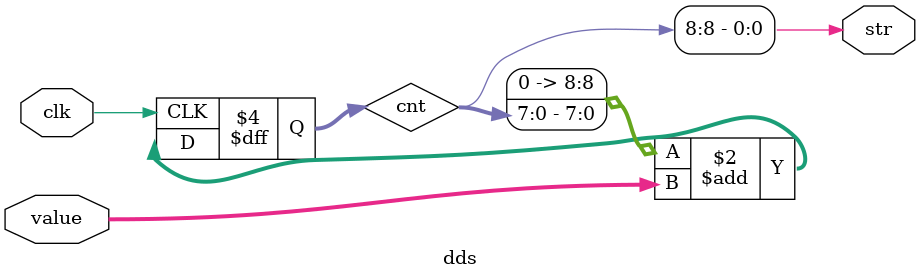
<source format=sv>
`timescale 1ns / 1ps

module dds
#(
  parameter WIDTH = 8     // Counter Width
)
(
  input               clk,
  input   [WIDTH-1:0] value,  // DDS value
  output              str     // Output strobe
);

logic [WIDTH:0] cnt = '0;

always_ff @(posedge clk)
  cnt <= {1'b0, cnt[WIDTH-1:0]} + value;

assign str = cnt[WIDTH];
    
endmodule

</source>
